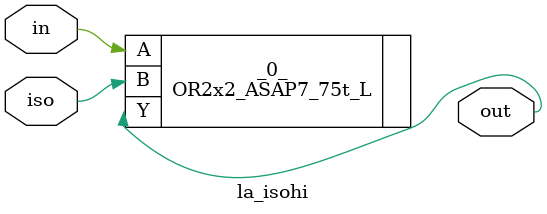
<source format=v>

/* Generated by Yosys 0.41 (git sha1 c1ad37779, g++ 11.4.0-1ubuntu1~22.04 -fPIC -Os) */

module la_isohi(iso, in, out);
  input in;
  wire in;
  input iso;
  wire iso;
  output out;
  wire out;
  OR2x2_ASAP7_75t_L _0_ (
    .A(in),
    .B(iso),
    .Y(out)
  );
endmodule

</source>
